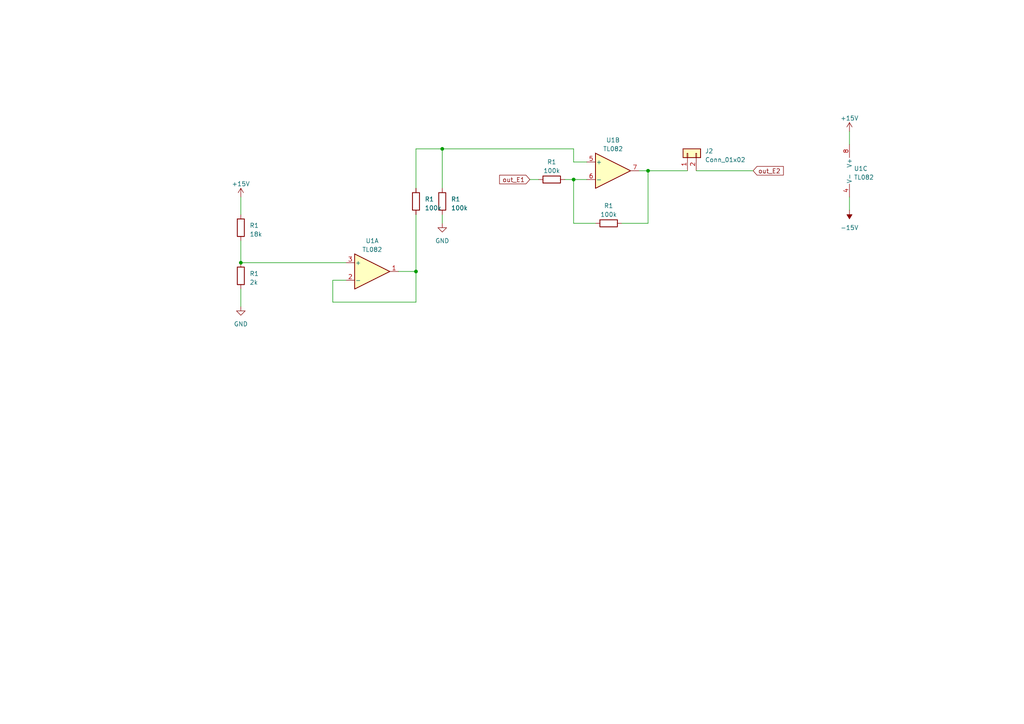
<source format=kicad_sch>
(kicad_sch (version 20230121) (generator eeschema)
  (paper "A4")
  (lib_symbols
    (symbol "Amplifier_Operational:TL082" (pin_names (offset 0.127))
      (property "Reference" "U" (at 0 5.08 0))
      (property "Value" "TL082" (at 0 -5.08 0))
      (symbol "TL082_1_1"
        (polyline (pts (xy -5.08 5.08) (xy 5.08 0) (xy -5.08 -5.08) (xy -5.08 5.08)) (stroke (width 0.254)) (fill (type background)))
        (pin output line (at 7.62 0 180) (length 2.54) (name "~") (number "1"))
        (pin input line (at -7.62 -2.54 0) (length 2.54) (name "-") (number "2"))
        (pin input line (at -7.62 2.54 0) (length 2.54) (name "+") (number "3"))
      )
      (symbol "TL082_2_1"
        (polyline (pts (xy -5.08 5.08) (xy 5.08 0) (xy -5.08 -5.08) (xy -5.08 5.08)) (stroke (width 0.254)) (fill (type background)))
        (pin input line (at -7.62 2.54 0) (length 2.54) (name "+") (number "5"))
        (pin input line (at -7.62 -2.54 0) (length 2.54) (name "-") (number "6"))
        (pin output line (at 7.62 0 180) (length 2.54) (name "~") (number "7"))
      )
      (symbol "TL082_3_1"
        (pin power_in line (at -2.54 -7.62 90) (length 3.81) (name "V-") (number "4"))
        (pin power_in line (at -2.54 7.62 270) (length 3.81) (name "V+") (number "8"))
      )
    )
    (symbol "Connector_Generic:Conn_01x02" (pin_names (offset 1.016) hide)
      (property "Reference" "J" (at 0 2.54 0))
      (property "Value" "Conn_01x02" (at 0 -5.08 0))
      (symbol "Conn_01x02_1_1"
        (rectangle (start -1.27 -2.413) (end 0 -2.667) (stroke (width 0.1524)))
        (rectangle (start -1.27 0.127) (end 0 -0.127) (stroke (width 0.1524)))
        (rectangle (start -1.27 1.27) (end 1.27 -3.81) (stroke (width 0.254)) (fill (type background)))
        (pin passive line (at -5.08 0 0) (length 3.81) (name "Pin_1") (number "1"))
        (pin passive line (at -5.08 -2.54 0) (length 3.81) (name "Pin_2") (number "2"))
      )
    )
    (symbol "Device:R" (pin_numbers hide) (pin_names (offset 0))
      (property "Reference" "R" (at 2.032 0 90))
      (property "Value" "R" (at 0 0 90))
      (symbol "R_0_1"
        (rectangle (start -1.016 -2.54) (end 1.016 2.54) (stroke (width 0.254)))
      )
      (symbol "R_1_1"
        (pin passive line (at 0 3.81 270) (length 1.27) (name "~") (number "1"))
        (pin passive line (at 0 -3.81 90) (length 1.27) (name "~") (number "2"))
      )
    )
    (symbol "power:+15V" (power) (pin_names (offset 0))
      (property "Value" "+15V" (at 0 3.556 0))
      (symbol "+15V_0_1"
        (polyline (pts (xy -0.762 1.27) (xy 0 2.54)))
        (polyline (pts (xy 0 0) (xy 0 2.54)))
        (polyline (pts (xy 0 2.54) (xy 0.762 1.27)))
      )
      (symbol "+15V_1_1"
        (pin power_in line (at 0 0 90) (length 0) hide (name "+15V") (number "1"))
      )
    )
    (symbol "power:-15V" (power) (pin_names (offset 0))
      (property "Value" "-15V" (at 0 3.81 0))
      (symbol "-15V_0_0"
        (pin power_in line (at 0 0 90) (length 0) hide (name "-15V") (number "1"))
      )
      (symbol "-15V_0_1"
        (polyline (pts (xy 0 0) (xy 0 1.27) (xy 0.762 1.27) (xy 0 2.54) (xy -0.762 1.27) (xy 0 1.27)) (fill (type outline)))
      )
    )
    (symbol "power:GND" (power) (pin_names (offset 0))
      (property "Value" "GND" (at 0 -3.81 0))
      (symbol "GND_0_1"
        (polyline (pts (xy 0 0) (xy 0 -1.27) (xy 1.27 -1.27) (xy 0 -2.54) (xy -1.27 -1.27) (xy 0 -1.27)))
      )
      (symbol "GND_1_1"
        (pin power_in line (at 0 0 270) (length 0) hide (name "GND") (number "1"))
      )
    )
  )
  (junction (at 166.37 52.07))
  (junction (at 187.96 49.53))
  (junction (at 69.85 76.2))
  (junction (at 120.65 78.74))
  (junction (at 128.27 43.18))
  (wire (pts (xy 120.65 43.18) (xy 120.65 54.61)))
  (wire (pts (xy 166.37 43.18) (xy 128.27 43.18)))
  (wire (pts (xy 69.85 69.85) (xy 69.85 76.2)))
  (wire (pts (xy 187.96 49.53) (xy 199.39 49.53)))
  (wire (pts (xy 172.72 64.77) (xy 166.37 64.77)))
  (wire (pts (xy 166.37 46.99) (xy 166.37 43.18)))
  (wire (pts (xy 166.37 52.07) (xy 170.18 52.07)))
  (wire (pts (xy 201.93 49.53) (xy 218.44 49.53)))
  (wire (pts (xy 170.18 46.99) (xy 166.37 46.99)))
  (wire (pts (xy 246.38 38.1) (xy 246.38 41.91)))
  (wire (pts (xy 120.65 87.63) (xy 120.65 78.74)))
  (wire (pts (xy 96.52 81.28) (xy 96.52 87.63)))
  (wire (pts (xy 120.65 78.74) (xy 120.65 62.23)))
  (wire (pts (xy 128.27 62.23) (xy 128.27 64.77)))
  (wire (pts (xy 69.85 76.2) (xy 100.33 76.2)))
  (wire (pts (xy 115.57 78.74) (xy 120.65 78.74)))
  (wire (pts (xy 96.52 87.63) (xy 120.65 87.63)))
  (wire (pts (xy 246.38 57.15) (xy 246.38 60.96)))
  (wire (pts (xy 69.85 83.82) (xy 69.85 88.9)))
  (wire (pts (xy 69.85 57.15) (xy 69.85 62.23)))
  (wire (pts (xy 100.33 81.28) (xy 96.52 81.28)))
  (wire (pts (xy 180.34 64.77) (xy 187.96 64.77)))
  (wire (pts (xy 166.37 64.77) (xy 166.37 52.07)))
  (wire (pts (xy 163.83 52.07) (xy 166.37 52.07)))
  (wire (pts (xy 128.27 43.18) (xy 120.65 43.18)))
  (wire (pts (xy 187.96 64.77) (xy 187.96 49.53)))
  (wire (pts (xy 128.27 43.18) (xy 128.27 54.61)))
  (wire (pts (xy 153.67 52.07) (xy 156.21 52.07)))
  (wire (pts (xy 187.96 49.53) (xy 185.42 49.53)))
  (global_label "out_E2" (shape input) (at 218.44 49.53 0) (property "Intersheetrefs" "${INTERSHEET_REFS}" (effects hide)))
  (global_label "out_E1" (shape input) (at 153.67 52.07 180) (property "Intersheetrefs" "${INTERSHEET_REFS}" (effects hide)))
  (symbol (lib_id "Amplifier_Operational:TL082") (at 248.92 49.53 0) (unit 3)
    (property "Reference" "U1" (at 247.65 48.895 0) (effects (justify left)))
    (property "Value" "TL082" (at 247.65 51.435 0) (effects (justify left)))
    (property "Footprint" "Package_DIP:DIP-8_W10.16mm_LongPads" (effects hide))
    (property "Datasheet" "http://www.ti.com/lit/ds/symlink/tl081.pdf" (effects hide))
    (instances (project "op" (path "" (reference "U1") (unit 3)) (path "" (reference "U2") (unit 3))))
  )
  (symbol (lib_id "Device:R") (at 176.53 64.77 90) (unit 1)
    (property "Reference" "R1" (at 176.53 59.69 90))
    (property "Value" "100k" (at 176.53 62.23 90))
    (property "Footprint" "Resistor_THT:R_Axial_DIN0207_L6.3mm_D2.5mm_P10.16mm_Horizontal" (effects hide))
    (instances (project "op" (path "" (reference "R1") (unit 1)) (path "" (reference "R10") (unit 1))))
  )
  (symbol (lib_id "power:+15V") (at 246.38 38.1 0) (unit 1)
    (property "Reference" "#PWR012" (effects hide))
    (property "Value" "+15V" (at 246.38 34.29 0))
  )
  (symbol (lib_id "power:GND") (at 69.85 88.9 0) (unit 1)
    (property "Reference" "#PWR010" (effects hide))
    (property "Value" "GND" (at 69.85 93.98 0))
  )
  (symbol (lib_id "Connector_Generic:Conn_01x02") (at 199.39 44.45 90) (unit 1)
    (property "Reference" "J2" (at 204.47 43.815 90) (effects (justify right)))
    (property "Value" "Conn_01x02" (at 204.47 46.355 90) (effects (justify right)))
    (property "Footprint" "Connector_PinHeader_2.00mm:PinHeader_1x02_P2.00mm_Vertical" (effects hide))
    (instances (project "op" (path "" (reference "J2") (unit 1)) (path "" (reference "J13") (unit 1))))
  )
  (symbol (lib_id "Device:R") (at 128.27 58.42 0) (unit 1)
    (property "Reference" "R1" (at 130.81 57.785 0) (effects (justify left)))
    (property "Value" "100k" (at 130.81 60.325 0) (effects (justify left)))
    (property "Footprint" "Resistor_THT:R_Axial_DIN0207_L6.3mm_D2.5mm_P10.16mm_Horizontal" (effects hide))
    (instances (project "op" (path "" (reference "R1") (unit 1)) (path "" (reference "R8") (unit 1))))
  )
  (symbol (lib_id "Device:R") (at 69.85 66.04 0) (unit 1)
    (property "Reference" "R1" (at 72.39 65.405 0) (effects (justify left)))
    (property "Value" "18k" (at 72.39 67.945 0) (effects (justify left)))
    (property "Footprint" "Resistor_THT:R_Axial_DIN0207_L6.3mm_D2.5mm_P10.16mm_Horizontal" (effects hide))
    (instances (project "op" (path "" (reference "R1") (unit 1)) (path "" (reference "R5") (unit 1))))
  )
  (symbol (lib_id "Amplifier_Operational:TL082") (at 177.8 49.53 0) (unit 2)
    (property "Reference" "U1" (at 177.8 40.64 0))
    (property "Value" "TL082" (at 177.8 43.18 0))
    (property "Footprint" "Package_DIP:DIP-8_W10.16mm_LongPads" (effects hide))
    (property "Datasheet" "http://www.ti.com/lit/ds/symlink/tl081.pdf" (effects hide))
    (instances (project "op" (path "" (reference "U1") (unit 2)) (path "" (reference "U2") (unit 2)) (path "" (reference "U1") (unit 2))))
  )
  (symbol (lib_id "Amplifier_Operational:TL082") (at 107.95 78.74 0) (unit 1)
    (property "Reference" "U1" (at 107.95 69.85 0))
    (property "Value" "TL082" (at 107.95 72.39 0))
    (property "Footprint" "Package_DIP:DIP-8_W10.16mm_LongPads" (effects hide))
    (property "Datasheet" "http://www.ti.com/lit/ds/symlink/tl081.pdf" (effects hide))
    (instances (project "op" (path "" (reference "U1") (unit 1)) (path "" (reference "U2") (unit 1))))
  )
  (symbol (lib_id "Device:R") (at 69.85 80.01 0) (unit 1)
    (property "Reference" "R1" (at 72.39 79.375 0) (effects (justify left)))
    (property "Value" "2k" (at 72.39 81.915 0) (effects (justify left)))
    (property "Footprint" "Resistor_THT:R_Axial_DIN0207_L6.3mm_D2.5mm_P10.16mm_Horizontal" (effects hide))
    (instances (project "op" (path "" (reference "R1") (unit 1)) (path "" (reference "R6") (unit 1))))
  )
  (symbol (lib_id "Device:R") (at 160.02 52.07 90) (unit 1)
    (property "Reference" "R1" (at 160.02 46.99 90))
    (property "Value" "100k" (at 160.02 49.53 90))
    (property "Footprint" "Resistor_THT:R_Axial_DIN0207_L6.3mm_D2.5mm_P10.16mm_Horizontal" (effects hide))
    (instances (project "op" (path "" (reference "R1") (unit 1)) (path "" (reference "R9") (unit 1))))
  )
  (symbol (lib_id "Device:R") (at 120.65 58.42 0) (unit 1)
    (property "Reference" "R1" (at 123.19 57.785 0) (effects (justify left)))
    (property "Value" "100k" (at 123.19 60.325 0) (effects (justify left)))
    (property "Footprint" "Resistor_THT:R_Axial_DIN0207_L6.3mm_D2.5mm_P10.16mm_Horizontal" (effects hide))
    (instances (project "op" (path "" (reference "R1") (unit 1)) (path "" (reference "R7") (unit 1))))
  )
  (symbol (lib_id "power:GND") (at 128.27 64.77 0) (unit 1)
    (property "Reference" "#PWR011" (effects hide))
    (property "Value" "GND" (at 128.27 69.85 0))
  )
  (symbol (lib_id "power:-15V") (at 246.38 60.96 180) (unit 1)
    (property "Reference" "#PWR013" (effects hide))
    (property "Value" "-15V" (at 246.38 66.04 0))
  )
  (symbol (lib_id "power:+15V") (at 69.85 57.15 0) (unit 1)
    (property "Reference" "#PWR09" (effects hide))
    (property "Value" "+15V" (at 69.85 53.34 0))
  )
)
</source>
